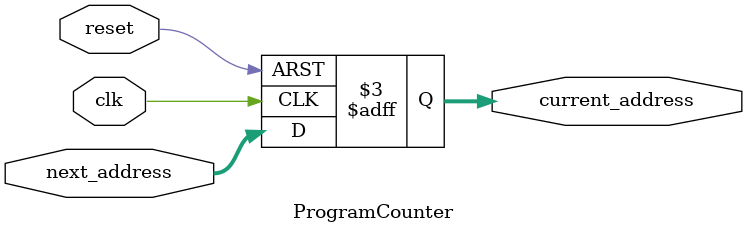
<source format=v>
`timescale 1ns / 1ps


module ProgramCounter(
    input clk,        // Clock input
    input reset,      // Reset input
    input [7:0] next_address,  // Input for updating the Program Counter to a specific address
    output reg [7:0] current_address  // Output representing the current address
    );
    
    always @(posedge clk or negedge reset) begin
        if (!reset) begin
            // Reset the Program Counter to address 0
            current_address <= 8'b00000000;
        end else begin
            // Update the Program Counter to the next address on each rising edge of the clock
            current_address <= next_address;
        end
    end
endmodule

</source>
